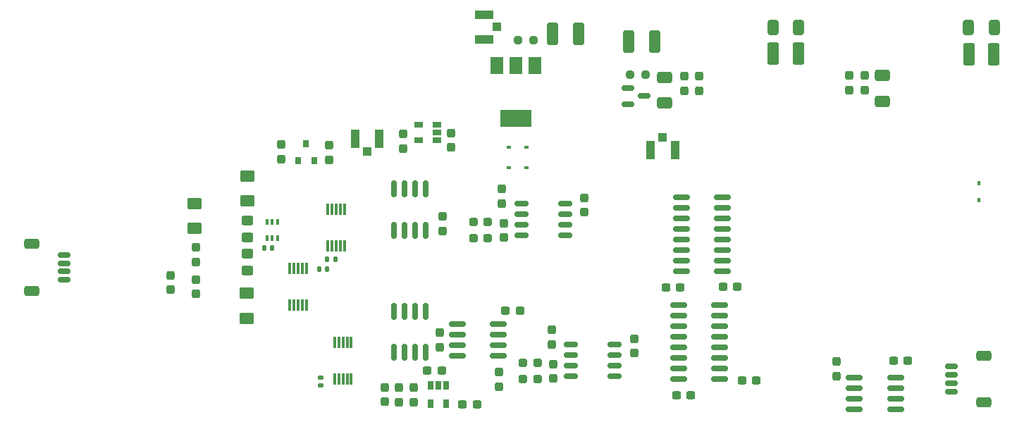
<source format=gbr>
%TF.GenerationSoftware,KiCad,Pcbnew,(6.0.4-0)*%
%TF.CreationDate,2022-07-28T14:49:22-06:00*%
%TF.ProjectId,sq_lockin_v6,73715f6c-6f63-46b6-996e-5f76362e6b69,rev?*%
%TF.SameCoordinates,Original*%
%TF.FileFunction,Paste,Top*%
%TF.FilePolarity,Positive*%
%FSLAX46Y46*%
G04 Gerber Fmt 4.6, Leading zero omitted, Abs format (unit mm)*
G04 Created by KiCad (PCBNEW (6.0.4-0)) date 2022-07-28 14:49:22*
%MOMM*%
%LPD*%
G01*
G04 APERTURE LIST*
G04 Aperture macros list*
%AMRoundRect*
0 Rectangle with rounded corners*
0 $1 Rounding radius*
0 $2 $3 $4 $5 $6 $7 $8 $9 X,Y pos of 4 corners*
0 Add a 4 corners polygon primitive as box body*
4,1,4,$2,$3,$4,$5,$6,$7,$8,$9,$2,$3,0*
0 Add four circle primitives for the rounded corners*
1,1,$1+$1,$2,$3*
1,1,$1+$1,$4,$5*
1,1,$1+$1,$6,$7*
1,1,$1+$1,$8,$9*
0 Add four rect primitives between the rounded corners*
20,1,$1+$1,$2,$3,$4,$5,0*
20,1,$1+$1,$4,$5,$6,$7,0*
20,1,$1+$1,$6,$7,$8,$9,0*
20,1,$1+$1,$8,$9,$2,$3,0*%
G04 Aperture macros list end*
%ADD10RoundRect,0.250001X0.624999X-0.462499X0.624999X0.462499X-0.624999X0.462499X-0.624999X-0.462499X0*%
%ADD11RoundRect,0.250000X-0.450000X0.325000X-0.450000X-0.325000X0.450000X-0.325000X0.450000X0.325000X0*%
%ADD12RoundRect,0.237500X-0.237500X0.287500X-0.237500X-0.287500X0.237500X-0.287500X0.237500X0.287500X0*%
%ADD13RoundRect,0.237500X0.237500X-0.287500X0.237500X0.287500X-0.237500X0.287500X-0.237500X-0.287500X0*%
%ADD14R,1.060000X0.650000*%
%ADD15R,0.800000X0.900000*%
%ADD16RoundRect,0.237500X0.287500X0.237500X-0.287500X0.237500X-0.287500X-0.237500X0.287500X-0.237500X0*%
%ADD17RoundRect,0.237500X0.237500X-0.300000X0.237500X0.300000X-0.237500X0.300000X-0.237500X-0.300000X0*%
%ADD18RoundRect,0.237500X-0.237500X0.300000X-0.237500X-0.300000X0.237500X-0.300000X0.237500X0.300000X0*%
%ADD19RoundRect,0.150000X-0.675000X-0.150000X0.675000X-0.150000X0.675000X0.150000X-0.675000X0.150000X0*%
%ADD20RoundRect,0.237500X-0.300000X-0.237500X0.300000X-0.237500X0.300000X0.237500X-0.300000X0.237500X0*%
%ADD21RoundRect,0.237500X0.300000X0.237500X-0.300000X0.237500X-0.300000X-0.237500X0.300000X-0.237500X0*%
%ADD22RoundRect,0.150000X-0.825000X-0.150000X0.825000X-0.150000X0.825000X0.150000X-0.825000X0.150000X0*%
%ADD23R,0.600000X0.450000*%
%ADD24RoundRect,0.150000X-0.150000X0.825000X-0.150000X-0.825000X0.150000X-0.825000X0.150000X0.825000X0*%
%ADD25R,0.650000X1.060000*%
%ADD26RoundRect,0.250001X-0.462499X-1.074999X0.462499X-1.074999X0.462499X1.074999X-0.462499X1.074999X0*%
%ADD27RoundRect,0.250000X0.650000X-0.412500X0.650000X0.412500X-0.650000X0.412500X-0.650000X-0.412500X0*%
%ADD28R,1.000000X1.050000*%
%ADD29R,1.050000X2.200000*%
%ADD30RoundRect,0.237500X-0.250000X-0.237500X0.250000X-0.237500X0.250000X0.237500X-0.250000X0.237500X0*%
%ADD31RoundRect,0.150000X0.625000X-0.150000X0.625000X0.150000X-0.625000X0.150000X-0.625000X-0.150000X0*%
%ADD32RoundRect,0.250000X0.650000X-0.350000X0.650000X0.350000X-0.650000X0.350000X-0.650000X-0.350000X0*%
%ADD33RoundRect,0.140000X0.170000X-0.140000X0.170000X0.140000X-0.170000X0.140000X-0.170000X-0.140000X0*%
%ADD34RoundRect,0.140000X0.140000X0.170000X-0.140000X0.170000X-0.140000X-0.170000X0.140000X-0.170000X0*%
%ADD35RoundRect,0.150000X-0.625000X0.150000X-0.625000X-0.150000X0.625000X-0.150000X0.625000X0.150000X0*%
%ADD36RoundRect,0.250000X-0.650000X0.350000X-0.650000X-0.350000X0.650000X-0.350000X0.650000X0.350000X0*%
%ADD37R,0.300000X1.400000*%
%ADD38R,0.400000X0.650000*%
%ADD39RoundRect,0.250000X-0.412500X-1.100000X0.412500X-1.100000X0.412500X1.100000X-0.412500X1.100000X0*%
%ADD40RoundRect,0.150000X-0.587500X-0.150000X0.587500X-0.150000X0.587500X0.150000X-0.587500X0.150000X0*%
%ADD41RoundRect,0.140000X-0.140000X-0.170000X0.140000X-0.170000X0.140000X0.170000X-0.140000X0.170000X0*%
%ADD42RoundRect,0.150000X0.825000X0.150000X-0.825000X0.150000X-0.825000X-0.150000X0.825000X-0.150000X0*%
%ADD43RoundRect,0.250000X0.412500X0.650000X-0.412500X0.650000X-0.412500X-0.650000X0.412500X-0.650000X0*%
%ADD44RoundRect,0.237500X0.250000X0.237500X-0.250000X0.237500X-0.250000X-0.237500X0.250000X-0.237500X0*%
%ADD45R,1.500000X2.000000*%
%ADD46R,3.800000X2.000000*%
%ADD47R,0.450000X0.600000*%
%ADD48R,1.050000X1.000000*%
%ADD49R,2.200000X1.050000*%
G04 APERTURE END LIST*
D10*
%TO.C,R1*%
X137200000Y-79300000D03*
X137200000Y-76325000D03*
%TD*%
%TO.C,R5*%
X130900000Y-82600000D03*
X130900000Y-79625000D03*
%TD*%
%TO.C,R4*%
X137100000Y-93400000D03*
X137100000Y-90425000D03*
%TD*%
D11*
%TO.C,R2*%
X137175000Y-81675000D03*
X137175000Y-83725000D03*
%TD*%
D12*
%TO.C,R6*%
X131000000Y-88750000D03*
X131000000Y-90500000D03*
%TD*%
D13*
%TO.C,C2*%
X161700000Y-72900000D03*
X161700000Y-71150000D03*
%TD*%
%TO.C,C3*%
X155900000Y-73000000D03*
X155900000Y-71250000D03*
%TD*%
D14*
%TO.C,U2*%
X160000000Y-72050000D03*
X160000000Y-71100000D03*
X160000000Y-70150000D03*
X157800000Y-70150000D03*
X157800000Y-72050000D03*
%TD*%
D13*
%TO.C,R7*%
X131000000Y-86675000D03*
X131000000Y-84925000D03*
%TD*%
D11*
%TO.C,R3*%
X137200000Y-85650000D03*
X137200000Y-87700000D03*
%TD*%
D13*
%TO.C,C4*%
X141300000Y-74300000D03*
X141300000Y-72550000D03*
%TD*%
%TO.C,C6*%
X147000000Y-74400000D03*
X147000000Y-72650000D03*
%TD*%
D12*
%TO.C,R8*%
X128000000Y-88250000D03*
X128000000Y-90000000D03*
%TD*%
D15*
%TO.C,U3*%
X143320000Y-74475000D03*
X145220000Y-74475000D03*
X144270000Y-72475000D03*
%TD*%
D16*
%TO.C,R14*%
X166100000Y-83760000D03*
X164350000Y-83760000D03*
%TD*%
D17*
%TO.C,C20*%
X168000000Y-83697500D03*
X168000000Y-81972500D03*
%TD*%
%TO.C,C21*%
X167800000Y-79597500D03*
X167800000Y-77872500D03*
%TD*%
D18*
%TO.C,C22*%
X177700000Y-78922500D03*
X177700000Y-80647500D03*
%TD*%
D16*
%TO.C,R13*%
X166100000Y-81860000D03*
X164350000Y-81860000D03*
%TD*%
D19*
%TO.C,U15*%
X170125000Y-79675000D03*
X170125000Y-80945000D03*
X170125000Y-82215000D03*
X170125000Y-83485000D03*
X175375000Y-83485000D03*
X175375000Y-82215000D03*
X175375000Y-80945000D03*
X175375000Y-79675000D03*
%TD*%
D17*
%TO.C,C24*%
X173775000Y-96527500D03*
X173775000Y-94802500D03*
%TD*%
%TO.C,C23*%
X173975000Y-100627500D03*
X173975000Y-98902500D03*
%TD*%
D16*
%TO.C,R16*%
X172075000Y-100690000D03*
X170325000Y-100690000D03*
%TD*%
%TO.C,R15*%
X172075000Y-98790000D03*
X170325000Y-98790000D03*
%TD*%
D18*
%TO.C,C25*%
X183675000Y-95852500D03*
X183675000Y-97577500D03*
%TD*%
D19*
%TO.C,U16*%
X176100000Y-96605000D03*
X176100000Y-97875000D03*
X176100000Y-99145000D03*
X176100000Y-100415000D03*
X181350000Y-100415000D03*
X181350000Y-99145000D03*
X181350000Y-97875000D03*
X181350000Y-96605000D03*
%TD*%
D20*
%TO.C,C16*%
X158837500Y-99660000D03*
X160562500Y-99660000D03*
%TD*%
D21*
%TO.C,C17*%
X169962500Y-92500000D03*
X168237500Y-92500000D03*
%TD*%
D12*
%TO.C,R9*%
X160300000Y-95125000D03*
X160300000Y-96875000D03*
%TD*%
D13*
%TO.C,R10*%
X167400000Y-101635000D03*
X167400000Y-99885000D03*
%TD*%
D12*
%TO.C,R11*%
X155400000Y-101725000D03*
X155400000Y-103475000D03*
%TD*%
%TO.C,R12*%
X157200000Y-101725000D03*
X157200000Y-103475000D03*
%TD*%
D22*
%TO.C,U13*%
X162425000Y-94155000D03*
X162425000Y-95425000D03*
X162425000Y-96695000D03*
X162425000Y-97965000D03*
X167375000Y-97965000D03*
X167375000Y-96695000D03*
X167375000Y-95425000D03*
X167375000Y-94155000D03*
%TD*%
D20*
%TO.C,C18*%
X163075000Y-103800000D03*
X164800000Y-103800000D03*
%TD*%
D23*
%TO.C,D2*%
X168650000Y-75300000D03*
X170750000Y-75300000D03*
%TD*%
%TO.C,D1*%
X168650000Y-72900000D03*
X170750000Y-72900000D03*
%TD*%
D24*
%TO.C,U11*%
X158605000Y-77885000D03*
X157335000Y-77885000D03*
X156065000Y-77885000D03*
X154795000Y-77885000D03*
X154795000Y-82835000D03*
X156065000Y-82835000D03*
X157335000Y-82835000D03*
X158605000Y-82835000D03*
%TD*%
D17*
%TO.C,C15*%
X160700000Y-82922500D03*
X160700000Y-81197500D03*
%TD*%
D24*
%TO.C,U12*%
X158605000Y-92585000D03*
X157335000Y-92585000D03*
X156065000Y-92585000D03*
X154795000Y-92585000D03*
X154795000Y-97535000D03*
X156065000Y-97535000D03*
X157335000Y-97535000D03*
X158605000Y-97535000D03*
%TD*%
D25*
%TO.C,U14*%
X161100000Y-101450000D03*
X160150000Y-101450000D03*
X159200000Y-101450000D03*
X159200000Y-103650000D03*
X161100000Y-103650000D03*
%TD*%
D26*
%TO.C,L1*%
X200412500Y-61600000D03*
X203387500Y-61600000D03*
%TD*%
D27*
%TO.C,C29*%
X213500000Y-67362500D03*
X213500000Y-64237500D03*
%TD*%
D28*
%TO.C,J7*%
X151600000Y-73350000D03*
D29*
X150125000Y-71825000D03*
X153075000Y-71825000D03*
%TD*%
D30*
%TO.C,R18*%
X169737500Y-60000000D03*
X171562500Y-60000000D03*
%TD*%
D31*
%TO.C,J8*%
X221800000Y-102200000D03*
X221800000Y-101200000D03*
X221800000Y-100200000D03*
X221800000Y-99200000D03*
D32*
X225675000Y-97900000D03*
X225675000Y-103500000D03*
%TD*%
D33*
%TO.C,C14*%
X146000000Y-101480000D03*
X146000000Y-100520000D03*
%TD*%
D21*
%TO.C,C10*%
X189200000Y-89700000D03*
X187475000Y-89700000D03*
%TD*%
D34*
%TO.C,C1*%
X140180000Y-85000000D03*
X139220000Y-85000000D03*
%TD*%
D35*
%TO.C,J1*%
X115200000Y-85800000D03*
X115200000Y-86800000D03*
X115200000Y-87800000D03*
X115200000Y-88800000D03*
D36*
X111325000Y-90100000D03*
X111325000Y-84500000D03*
%TD*%
D20*
%TO.C,C11*%
X194337500Y-89600000D03*
X196062500Y-89600000D03*
%TD*%
D28*
%TO.C,J9*%
X187100000Y-71650000D03*
D29*
X185625000Y-73175000D03*
X188575000Y-73175000D03*
%TD*%
D37*
%TO.C,U8*%
X144300000Y-87400000D03*
X143800000Y-87400000D03*
X143300000Y-87400000D03*
X142800000Y-87400000D03*
X142300000Y-87400000D03*
X142300000Y-91800000D03*
X142800000Y-91800000D03*
X143300000Y-91800000D03*
X143800000Y-91800000D03*
X144300000Y-91800000D03*
%TD*%
D38*
%TO.C,U1*%
X140850000Y-81850000D03*
X140200000Y-81850000D03*
X139550000Y-81850000D03*
X139550000Y-83750000D03*
X140200000Y-83750000D03*
X140850000Y-83750000D03*
%TD*%
D22*
%TO.C,U6*%
X210125000Y-100565000D03*
X210125000Y-101835000D03*
X210125000Y-103105000D03*
X210125000Y-104375000D03*
X215075000Y-104375000D03*
X215075000Y-103105000D03*
X215075000Y-101835000D03*
X215075000Y-100565000D03*
%TD*%
D39*
%TO.C,C35*%
X173887500Y-59250000D03*
X177012500Y-59250000D03*
%TD*%
D20*
%TO.C,C5*%
X188737500Y-102700000D03*
X190462500Y-102700000D03*
%TD*%
D40*
%TO.C,Q1*%
X182965000Y-65757500D03*
X182965000Y-67657500D03*
X184840000Y-66707500D03*
%TD*%
D41*
%TO.C,C12*%
X145820000Y-87500000D03*
X146780000Y-87500000D03*
%TD*%
D42*
%TO.C,U4*%
X193975000Y-100745000D03*
X193975000Y-99475000D03*
X193975000Y-98205000D03*
X193975000Y-96935000D03*
X193975000Y-95665000D03*
X193975000Y-94395000D03*
X193975000Y-93125000D03*
X193975000Y-91855000D03*
X189025000Y-91855000D03*
X189025000Y-93125000D03*
X189025000Y-94395000D03*
X189025000Y-95665000D03*
X189025000Y-96935000D03*
X189025000Y-98205000D03*
X189025000Y-99475000D03*
X189025000Y-100745000D03*
%TD*%
D20*
%TO.C,C7*%
X196637500Y-100900000D03*
X198362500Y-100900000D03*
%TD*%
D41*
%TO.C,C13*%
X146820000Y-86300000D03*
X147780000Y-86300000D03*
%TD*%
D18*
%TO.C,C33*%
X209500000Y-64237500D03*
X209500000Y-65962500D03*
%TD*%
D43*
%TO.C,C26*%
X203462500Y-58500000D03*
X200337500Y-58500000D03*
%TD*%
D44*
%TO.C,R17*%
X185015000Y-64107500D03*
X183190000Y-64107500D03*
%TD*%
D39*
%TO.C,C34*%
X183037500Y-60200000D03*
X186162500Y-60200000D03*
%TD*%
D45*
%TO.C,Q2*%
X171750000Y-63050000D03*
D46*
X169450000Y-69350000D03*
D45*
X169450000Y-63050000D03*
X167150000Y-63050000D03*
%TD*%
D18*
%TO.C,C30*%
X189702500Y-64345000D03*
X189702500Y-66070000D03*
%TD*%
D37*
%TO.C,U9*%
X146900000Y-84700000D03*
X147400000Y-84700000D03*
X147900000Y-84700000D03*
X148400000Y-84700000D03*
X148900000Y-84700000D03*
X148900000Y-80300000D03*
X148400000Y-80300000D03*
X147900000Y-80300000D03*
X147400000Y-80300000D03*
X146900000Y-80300000D03*
%TD*%
D17*
%TO.C,C8*%
X208000000Y-100362500D03*
X208000000Y-98637500D03*
%TD*%
%TO.C,C19*%
X153700000Y-103462500D03*
X153700000Y-101737500D03*
%TD*%
D18*
%TO.C,C32*%
X191502500Y-64345000D03*
X191502500Y-66070000D03*
%TD*%
D43*
%TO.C,C27*%
X226962500Y-58500000D03*
X223837500Y-58500000D03*
%TD*%
D47*
%TO.C,D3*%
X225100000Y-79250000D03*
X225100000Y-77150000D03*
%TD*%
D48*
%TO.C,J10*%
X167200000Y-58400000D03*
D49*
X165675000Y-59875000D03*
X165675000Y-56925000D03*
%TD*%
D37*
%TO.C,U10*%
X147700000Y-100700000D03*
X148200000Y-100700000D03*
X148700000Y-100700000D03*
X149200000Y-100700000D03*
X149700000Y-100700000D03*
X149700000Y-96300000D03*
X149200000Y-96300000D03*
X148700000Y-96300000D03*
X148200000Y-96300000D03*
X147700000Y-96300000D03*
%TD*%
D26*
%TO.C,L2*%
X223912500Y-61700000D03*
X226887500Y-61700000D03*
%TD*%
D27*
%TO.C,C28*%
X187352500Y-67570000D03*
X187352500Y-64445000D03*
%TD*%
D42*
%TO.C,U7*%
X194275000Y-87805000D03*
X194275000Y-86535000D03*
X194275000Y-85265000D03*
X194275000Y-83995000D03*
X194275000Y-82725000D03*
X194275000Y-81455000D03*
X194275000Y-80185000D03*
X194275000Y-78915000D03*
X189325000Y-78915000D03*
X189325000Y-80185000D03*
X189325000Y-81455000D03*
X189325000Y-82725000D03*
X189325000Y-83995000D03*
X189325000Y-85265000D03*
X189325000Y-86535000D03*
X189325000Y-87805000D03*
%TD*%
D18*
%TO.C,C31*%
X211400000Y-64237500D03*
X211400000Y-65962500D03*
%TD*%
D20*
%TO.C,C9*%
X214837500Y-98500000D03*
X216562500Y-98500000D03*
%TD*%
M02*

</source>
